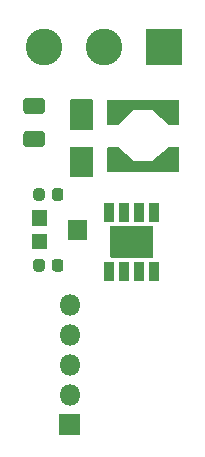
<source format=gbr>
%TF.GenerationSoftware,KiCad,Pcbnew,5.99.0-unknown-ad88874~101~ubuntu20.04.1*%
%TF.CreationDate,2020-05-19T22:39:21-04:00*%
%TF.ProjectId,headlights,68656164-6c69-4676-9874-732e6b696361,rev?*%
%TF.SameCoordinates,Original*%
%TF.FileFunction,Soldermask,Top*%
%TF.FilePolarity,Negative*%
%FSLAX46Y46*%
G04 Gerber Fmt 4.6, Leading zero omitted, Abs format (unit mm)*
G04 Created by KiCad (PCBNEW 5.99.0-unknown-ad88874~101~ubuntu20.04.1) date 2020-05-19 22:39:21*
%MOMM*%
%LPD*%
G01*
G04 APERTURE LIST*
%ADD10O,1.800000X1.800000*%
%ADD11C,3.100000*%
G04 APERTURE END LIST*
D10*
%TO.C,J2*%
X113000000Y-76840000D03*
X113000000Y-79380000D03*
X113000000Y-81920000D03*
X113000000Y-84460000D03*
G36*
G01*
X113900000Y-86150000D02*
X113900000Y-87850000D01*
G75*
G02*
X113850000Y-87900000I-50000J0D01*
G01*
X112150000Y-87900000D01*
G75*
G02*
X112100000Y-87850000I0J50000D01*
G01*
X112100000Y-86150000D01*
G75*
G02*
X112150000Y-86100000I50000J0D01*
G01*
X113850000Y-86100000D01*
G75*
G02*
X113900000Y-86150000I0J-50000D01*
G01*
G37*
%TD*%
%TO.C,U2*%
G36*
G01*
X120001000Y-72856500D02*
X116499000Y-72856500D01*
G75*
G02*
X116449000Y-72806500I0J50000D01*
G01*
X116449000Y-70193500D01*
G75*
G02*
X116499000Y-70143500I50000J0D01*
G01*
X120001000Y-70143500D01*
G75*
G02*
X120051000Y-70193500I0J-50000D01*
G01*
X120051000Y-72806500D01*
G75*
G02*
X120001000Y-72856500I-50000J0D01*
G01*
G37*
G36*
G01*
X116746000Y-69805000D02*
X115944000Y-69805000D01*
G75*
G02*
X115894000Y-69755000I0J50000D01*
G01*
X115894000Y-68250000D01*
G75*
G02*
X115944000Y-68200000I50000J0D01*
G01*
X116746000Y-68200000D01*
G75*
G02*
X116796000Y-68250000I0J-50000D01*
G01*
X116796000Y-69755000D01*
G75*
G02*
X116746000Y-69805000I-50000J0D01*
G01*
G37*
G36*
G01*
X118016000Y-69805000D02*
X117214000Y-69805000D01*
G75*
G02*
X117164000Y-69755000I0J50000D01*
G01*
X117164000Y-68250000D01*
G75*
G02*
X117214000Y-68200000I50000J0D01*
G01*
X118016000Y-68200000D01*
G75*
G02*
X118066000Y-68250000I0J-50000D01*
G01*
X118066000Y-69755000D01*
G75*
G02*
X118016000Y-69805000I-50000J0D01*
G01*
G37*
G36*
G01*
X119286000Y-69805000D02*
X118484000Y-69805000D01*
G75*
G02*
X118434000Y-69755000I0J50000D01*
G01*
X118434000Y-68250000D01*
G75*
G02*
X118484000Y-68200000I50000J0D01*
G01*
X119286000Y-68200000D01*
G75*
G02*
X119336000Y-68250000I0J-50000D01*
G01*
X119336000Y-69755000D01*
G75*
G02*
X119286000Y-69805000I-50000J0D01*
G01*
G37*
G36*
G01*
X120556000Y-69805000D02*
X119754000Y-69805000D01*
G75*
G02*
X119704000Y-69755000I0J50000D01*
G01*
X119704000Y-68250000D01*
G75*
G02*
X119754000Y-68200000I50000J0D01*
G01*
X120556000Y-68200000D01*
G75*
G02*
X120606000Y-68250000I0J-50000D01*
G01*
X120606000Y-69755000D01*
G75*
G02*
X120556000Y-69805000I-50000J0D01*
G01*
G37*
G36*
G01*
X120556000Y-74800000D02*
X119754000Y-74800000D01*
G75*
G02*
X119704000Y-74750000I0J50000D01*
G01*
X119704000Y-73245000D01*
G75*
G02*
X119754000Y-73195000I50000J0D01*
G01*
X120556000Y-73195000D01*
G75*
G02*
X120606000Y-73245000I0J-50000D01*
G01*
X120606000Y-74750000D01*
G75*
G02*
X120556000Y-74800000I-50000J0D01*
G01*
G37*
G36*
G01*
X119286000Y-74800000D02*
X118484000Y-74800000D01*
G75*
G02*
X118434000Y-74750000I0J50000D01*
G01*
X118434000Y-73245000D01*
G75*
G02*
X118484000Y-73195000I50000J0D01*
G01*
X119286000Y-73195000D01*
G75*
G02*
X119336000Y-73245000I0J-50000D01*
G01*
X119336000Y-74750000D01*
G75*
G02*
X119286000Y-74800000I-50000J0D01*
G01*
G37*
G36*
G01*
X118016000Y-74800000D02*
X117214000Y-74800000D01*
G75*
G02*
X117164000Y-74750000I0J50000D01*
G01*
X117164000Y-73245000D01*
G75*
G02*
X117214000Y-73195000I50000J0D01*
G01*
X118016000Y-73195000D01*
G75*
G02*
X118066000Y-73245000I0J-50000D01*
G01*
X118066000Y-74750000D01*
G75*
G02*
X118016000Y-74800000I-50000J0D01*
G01*
G37*
G36*
G01*
X116746000Y-74800000D02*
X115944000Y-74800000D01*
G75*
G02*
X115894000Y-74750000I0J50000D01*
G01*
X115894000Y-73245000D01*
G75*
G02*
X115944000Y-73195000I50000J0D01*
G01*
X116746000Y-73195000D01*
G75*
G02*
X116796000Y-73245000I0J-50000D01*
G01*
X116796000Y-74750000D01*
G75*
G02*
X116746000Y-74800000I-50000J0D01*
G01*
G37*
%TD*%
D11*
%TO.C,J1*%
X110840000Y-55000000D03*
X115920000Y-55000000D03*
G36*
G01*
X122550000Y-53500000D02*
X122550000Y-56500000D01*
G75*
G02*
X122500000Y-56550000I-50000J0D01*
G01*
X119500000Y-56550000D01*
G75*
G02*
X119450000Y-56500000I0J50000D01*
G01*
X119450000Y-53500000D01*
G75*
G02*
X119500000Y-53450000I50000J0D01*
G01*
X122500000Y-53450000D01*
G75*
G02*
X122550000Y-53500000I0J-50000D01*
G01*
G37*
%TD*%
%TO.C,RV1*%
G36*
G01*
X112900000Y-71300000D02*
X112900000Y-69700000D01*
G75*
G02*
X112950000Y-69650000I50000J0D01*
G01*
X114450000Y-69650000D01*
G75*
G02*
X114500000Y-69700000I0J-50000D01*
G01*
X114500000Y-71300000D01*
G75*
G02*
X114450000Y-71350000I-50000J0D01*
G01*
X112950000Y-71350000D01*
G75*
G02*
X112900000Y-71300000I0J50000D01*
G01*
G37*
G36*
G01*
X109800000Y-72100000D02*
X109800000Y-70900000D01*
G75*
G02*
X109850000Y-70850000I50000J0D01*
G01*
X111050000Y-70850000D01*
G75*
G02*
X111100000Y-70900000I0J-50000D01*
G01*
X111100000Y-72100000D01*
G75*
G02*
X111050000Y-72150000I-50000J0D01*
G01*
X109850000Y-72150000D01*
G75*
G02*
X109800000Y-72100000I0J50000D01*
G01*
G37*
G36*
G01*
X109800000Y-70100000D02*
X109800000Y-68900000D01*
G75*
G02*
X109850000Y-68850000I50000J0D01*
G01*
X111050000Y-68850000D01*
G75*
G02*
X111100000Y-68900000I0J-50000D01*
G01*
X111100000Y-70100000D01*
G75*
G02*
X111050000Y-70150000I-50000J0D01*
G01*
X109850000Y-70150000D01*
G75*
G02*
X109800000Y-70100000I0J50000D01*
G01*
G37*
%TD*%
%TO.C,R3*%
G36*
G01*
X111500000Y-67781250D02*
X111500000Y-67218750D01*
G75*
G02*
X111743750Y-66975000I243750J0D01*
G01*
X112231250Y-66975000D01*
G75*
G02*
X112475000Y-67218750I0J-243750D01*
G01*
X112475000Y-67781250D01*
G75*
G02*
X112231250Y-68025000I-243750J0D01*
G01*
X111743750Y-68025000D01*
G75*
G02*
X111500000Y-67781250I0J243750D01*
G01*
G37*
G36*
G01*
X109925000Y-67781250D02*
X109925000Y-67218750D01*
G75*
G02*
X110168750Y-66975000I243750J0D01*
G01*
X110656250Y-66975000D01*
G75*
G02*
X110900000Y-67218750I0J-243750D01*
G01*
X110900000Y-67781250D01*
G75*
G02*
X110656250Y-68025000I-243750J0D01*
G01*
X110168750Y-68025000D01*
G75*
G02*
X109925000Y-67781250I0J243750D01*
G01*
G37*
%TD*%
%TO.C,R2*%
G36*
G01*
X110900000Y-73218750D02*
X110900000Y-73781250D01*
G75*
G02*
X110656250Y-74025000I-243750J0D01*
G01*
X110168750Y-74025000D01*
G75*
G02*
X109925000Y-73781250I0J243750D01*
G01*
X109925000Y-73218750D01*
G75*
G02*
X110168750Y-72975000I243750J0D01*
G01*
X110656250Y-72975000D01*
G75*
G02*
X110900000Y-73218750I0J-243750D01*
G01*
G37*
G36*
G01*
X112475000Y-73218750D02*
X112475000Y-73781250D01*
G75*
G02*
X112231250Y-74025000I-243750J0D01*
G01*
X111743750Y-74025000D01*
G75*
G02*
X111500000Y-73781250I0J243750D01*
G01*
X111500000Y-73218750D01*
G75*
G02*
X111743750Y-72975000I243750J0D01*
G01*
X112231250Y-72975000D01*
G75*
G02*
X112475000Y-73218750I0J-243750D01*
G01*
G37*
%TD*%
%TO.C,R1*%
G36*
G01*
X110655000Y-60675000D02*
X109345000Y-60675000D01*
G75*
G02*
X109075000Y-60405000I0J270000D01*
G01*
X109075000Y-59595000D01*
G75*
G02*
X109345000Y-59325000I270000J0D01*
G01*
X110655000Y-59325000D01*
G75*
G02*
X110925000Y-59595000I0J-270000D01*
G01*
X110925000Y-60405000D01*
G75*
G02*
X110655000Y-60675000I-270000J0D01*
G01*
G37*
G36*
G01*
X110655000Y-63475000D02*
X109345000Y-63475000D01*
G75*
G02*
X109075000Y-63205000I0J270000D01*
G01*
X109075000Y-62395000D01*
G75*
G02*
X109345000Y-62125000I270000J0D01*
G01*
X110655000Y-62125000D01*
G75*
G02*
X110925000Y-62395000I0J-270000D01*
G01*
X110925000Y-63205000D01*
G75*
G02*
X110655000Y-63475000I-270000J0D01*
G01*
G37*
%TD*%
%TO.C,L1*%
G36*
X122289092Y-59506326D02*
G01*
X122300000Y-59537500D01*
X122300000Y-61537500D01*
X122281174Y-61576592D01*
X122250000Y-61587500D01*
X121460000Y-61587500D01*
X121427532Y-61575524D01*
X120021558Y-60375000D01*
X118478442Y-60375000D01*
X117072468Y-61575524D01*
X117040000Y-61587500D01*
X116250000Y-61587500D01*
X116210908Y-61568674D01*
X116200000Y-61537500D01*
X116200000Y-59537500D01*
X116218826Y-59498408D01*
X116250000Y-59487500D01*
X122250000Y-59487500D01*
X122289092Y-59506326D01*
G37*
G36*
X116210908Y-65568673D02*
G01*
X116200000Y-65537499D01*
X116200000Y-63537500D01*
X116218826Y-63498408D01*
X116250000Y-63487500D01*
X117040000Y-63487500D01*
X117072468Y-63499476D01*
X118478443Y-64700000D01*
X120021558Y-64700001D01*
X121427532Y-63499477D01*
X121460000Y-63487501D01*
X122250000Y-63487501D01*
X122289092Y-63506327D01*
X122300000Y-63537501D01*
X122300000Y-65537500D01*
X122281174Y-65576592D01*
X122250000Y-65587500D01*
X116250000Y-65587499D01*
X116210908Y-65568673D01*
G37*
%TD*%
%TO.C,D1*%
G36*
G01*
X113100000Y-63450000D02*
X114900000Y-63450000D01*
G75*
G02*
X114950000Y-63500000I0J-50000D01*
G01*
X114950000Y-66000000D01*
G75*
G02*
X114900000Y-66050000I-50000J0D01*
G01*
X113100000Y-66050000D01*
G75*
G02*
X113050000Y-66000000I0J50000D01*
G01*
X113050000Y-63500000D01*
G75*
G02*
X113100000Y-63450000I50000J0D01*
G01*
G37*
G36*
G01*
X113100000Y-59450000D02*
X114900000Y-59450000D01*
G75*
G02*
X114950000Y-59500000I0J-50000D01*
G01*
X114950000Y-62000000D01*
G75*
G02*
X114900000Y-62050000I-50000J0D01*
G01*
X113100000Y-62050000D01*
G75*
G02*
X113050000Y-62000000I0J50000D01*
G01*
X113050000Y-59500000D01*
G75*
G02*
X113100000Y-59450000I50000J0D01*
G01*
G37*
%TD*%
M02*

</source>
